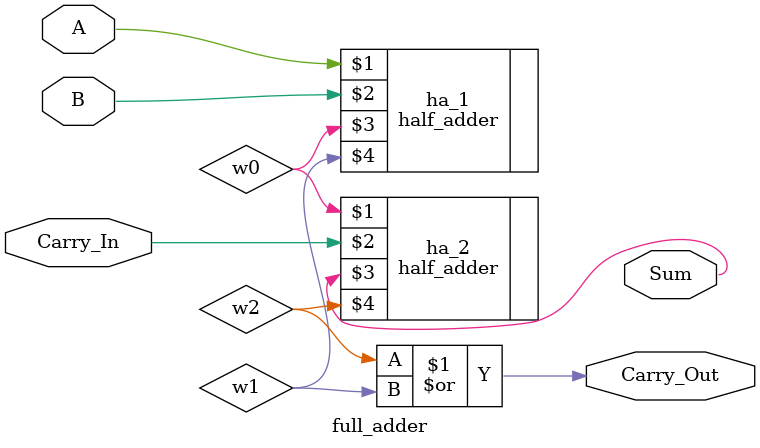
<source format=v>
module full_adder (input A, B, Carry_In, output Sum, Carry_Out);

wire w0, w1, w2;

half_adder ha_1 (A, B, w0, w1);
half_adder ha_2 (w0, Carry_In, Sum, w2);

or or1 (Carry_Out, w2, w1);

endmodule

</source>
